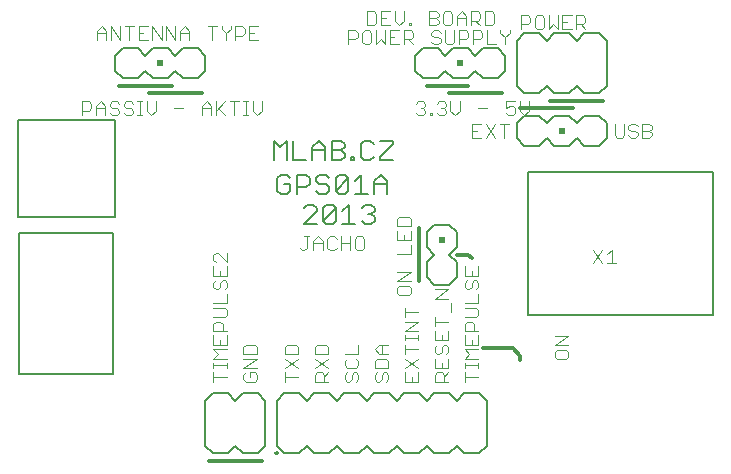
<source format=gbr>
G75*
G70*
%OFA0B0*%
%FSLAX24Y24*%
%IPPOS*%
%LPD*%
%AMOC8*
5,1,8,0,0,1.08239X$1,22.5*
%
%ADD10C,0.0040*%
%ADD11C,0.0120*%
%ADD12C,0.0060*%
%ADD13C,0.0050*%
%ADD14R,0.0200X0.0200*%
D10*
X016101Y003680D02*
X016101Y003987D01*
X016101Y004140D02*
X016101Y004294D01*
X016101Y004217D02*
X016561Y004217D01*
X016561Y004140D02*
X016561Y004294D01*
X016561Y004447D02*
X016101Y004447D01*
X016254Y004601D01*
X016101Y004754D01*
X016561Y004754D01*
X016561Y004908D02*
X016101Y004908D01*
X016101Y005215D01*
X016101Y005368D02*
X016101Y005598D01*
X016177Y005675D01*
X016331Y005675D01*
X016408Y005598D01*
X016408Y005368D01*
X016561Y005368D02*
X016101Y005368D01*
X016331Y005061D02*
X016331Y004908D01*
X016561Y004908D02*
X016561Y005215D01*
X017101Y004831D02*
X017101Y004601D01*
X017561Y004601D01*
X017561Y004831D01*
X017484Y004908D01*
X017177Y004908D01*
X017101Y004831D01*
X017101Y004447D02*
X017561Y004447D01*
X017101Y004140D01*
X017561Y004140D01*
X017484Y003987D02*
X017331Y003987D01*
X017331Y003833D01*
X017484Y003680D02*
X017177Y003680D01*
X017101Y003757D01*
X017101Y003910D01*
X017177Y003987D01*
X017484Y003987D02*
X017561Y003910D01*
X017561Y003757D01*
X017484Y003680D01*
X016561Y003833D02*
X016101Y003833D01*
X018476Y003833D02*
X018936Y003833D01*
X018936Y004140D02*
X018476Y004447D01*
X018476Y004601D02*
X018476Y004831D01*
X018552Y004908D01*
X018859Y004908D01*
X018936Y004831D01*
X018936Y004601D01*
X018476Y004601D01*
X018476Y004140D02*
X018936Y004447D01*
X019476Y004447D02*
X019936Y004140D01*
X019936Y003987D02*
X019783Y003833D01*
X019783Y003910D02*
X019783Y003680D01*
X019936Y003680D02*
X019476Y003680D01*
X019476Y003910D01*
X019552Y003987D01*
X019706Y003987D01*
X019783Y003910D01*
X019476Y004140D02*
X019936Y004447D01*
X019936Y004601D02*
X019476Y004601D01*
X019476Y004831D01*
X019552Y004908D01*
X019859Y004908D01*
X019936Y004831D01*
X019936Y004601D01*
X020476Y004601D02*
X020936Y004601D01*
X020936Y004908D01*
X020859Y004447D02*
X020936Y004371D01*
X020936Y004217D01*
X020859Y004140D01*
X020552Y004140D01*
X020476Y004217D01*
X020476Y004371D01*
X020552Y004447D01*
X020552Y003987D02*
X020476Y003910D01*
X020476Y003757D01*
X020552Y003680D01*
X020629Y003680D01*
X020706Y003757D01*
X020706Y003910D01*
X020783Y003987D01*
X020859Y003987D01*
X020936Y003910D01*
X020936Y003757D01*
X020859Y003680D01*
X021476Y003757D02*
X021552Y003680D01*
X021629Y003680D01*
X021706Y003757D01*
X021706Y003910D01*
X021783Y003987D01*
X021859Y003987D01*
X021936Y003910D01*
X021936Y003757D01*
X021859Y003680D01*
X021476Y003757D02*
X021476Y003910D01*
X021552Y003987D01*
X021476Y004140D02*
X021476Y004371D01*
X021552Y004447D01*
X021859Y004447D01*
X021936Y004371D01*
X021936Y004140D01*
X021476Y004140D01*
X021629Y004601D02*
X021476Y004754D01*
X021629Y004908D01*
X021936Y004908D01*
X021706Y004908D02*
X021706Y004601D01*
X021629Y004601D02*
X021936Y004601D01*
X022476Y004601D02*
X022476Y004908D01*
X022476Y005061D02*
X022476Y005215D01*
X022476Y005138D02*
X022936Y005138D01*
X022936Y005061D02*
X022936Y005215D01*
X022936Y005368D02*
X022476Y005368D01*
X022936Y005675D01*
X022476Y005675D01*
X022476Y005828D02*
X022476Y006135D01*
X022476Y005982D02*
X022936Y005982D01*
X023476Y005828D02*
X023476Y005522D01*
X023476Y005675D02*
X023936Y005675D01*
X024013Y005982D02*
X024013Y006289D01*
X023936Y006442D02*
X023476Y006442D01*
X023936Y006749D01*
X023476Y006749D01*
X022686Y006785D02*
X022686Y006632D01*
X022609Y006555D01*
X022302Y006555D01*
X022226Y006632D01*
X022226Y006785D01*
X022302Y006862D01*
X022609Y006862D01*
X022686Y006785D01*
X022686Y007015D02*
X022226Y007015D01*
X022686Y007322D01*
X022226Y007322D01*
X022226Y007936D02*
X022686Y007936D01*
X022686Y008243D01*
X022686Y008397D02*
X022686Y008703D01*
X022686Y008857D02*
X022686Y009087D01*
X022609Y009164D01*
X022302Y009164D01*
X022226Y009087D01*
X022226Y008857D01*
X022686Y008857D01*
X022456Y008550D02*
X022456Y008397D01*
X022226Y008397D02*
X022686Y008397D01*
X022226Y008397D02*
X022226Y008703D01*
X021124Y008439D02*
X021124Y008132D01*
X021048Y008055D01*
X020894Y008055D01*
X020818Y008132D01*
X020818Y008439D01*
X020894Y008515D01*
X021048Y008515D01*
X021124Y008439D01*
X020664Y008515D02*
X020664Y008055D01*
X020664Y008285D02*
X020357Y008285D01*
X020204Y008132D02*
X020127Y008055D01*
X019973Y008055D01*
X019897Y008132D01*
X019897Y008439D01*
X019973Y008515D01*
X020127Y008515D01*
X020204Y008439D01*
X020357Y008515D02*
X020357Y008055D01*
X019743Y008055D02*
X019743Y008362D01*
X019590Y008515D01*
X019436Y008362D01*
X019436Y008055D01*
X019436Y008285D02*
X019743Y008285D01*
X019283Y008515D02*
X019129Y008515D01*
X019206Y008515D02*
X019206Y008132D01*
X019129Y008055D01*
X019053Y008055D01*
X018976Y008132D01*
X016561Y007977D02*
X016561Y007670D01*
X016254Y007977D01*
X016177Y007977D01*
X016101Y007900D01*
X016101Y007747D01*
X016177Y007670D01*
X016101Y007517D02*
X016101Y007210D01*
X016561Y007210D01*
X016561Y007517D01*
X016331Y007363D02*
X016331Y007210D01*
X016408Y007056D02*
X016331Y006979D01*
X016331Y006826D01*
X016254Y006749D01*
X016177Y006749D01*
X016101Y006826D01*
X016101Y006979D01*
X016177Y007056D01*
X016408Y007056D02*
X016484Y007056D01*
X016561Y006979D01*
X016561Y006826D01*
X016484Y006749D01*
X016561Y006596D02*
X016561Y006289D01*
X016101Y006289D01*
X016101Y006135D02*
X016484Y006135D01*
X016561Y006059D01*
X016561Y005905D01*
X016484Y005828D01*
X016101Y005828D01*
X018476Y003987D02*
X018476Y003680D01*
X022476Y003680D02*
X022936Y003680D01*
X022936Y003987D01*
X022936Y004140D02*
X022476Y004447D01*
X022476Y004140D02*
X022936Y004447D01*
X022936Y004754D02*
X022476Y004754D01*
X022476Y003987D02*
X022476Y003680D01*
X022706Y003680D02*
X022706Y003833D01*
X023476Y003910D02*
X023476Y003680D01*
X023936Y003680D01*
X023783Y003680D02*
X023783Y003910D01*
X023706Y003987D01*
X023552Y003987D01*
X023476Y003910D01*
X023476Y004140D02*
X023936Y004140D01*
X023936Y004447D01*
X023859Y004601D02*
X023936Y004678D01*
X023936Y004831D01*
X023859Y004908D01*
X023783Y004908D01*
X023706Y004831D01*
X023706Y004678D01*
X023629Y004601D01*
X023552Y004601D01*
X023476Y004678D01*
X023476Y004831D01*
X023552Y004908D01*
X023476Y005061D02*
X023936Y005061D01*
X023936Y005368D01*
X023706Y005215D02*
X023706Y005061D01*
X023476Y005061D02*
X023476Y005368D01*
X024476Y005368D02*
X024476Y005598D01*
X024552Y005675D01*
X024706Y005675D01*
X024783Y005598D01*
X024783Y005368D01*
X024936Y005368D02*
X024476Y005368D01*
X024476Y005215D02*
X024476Y004908D01*
X024936Y004908D01*
X024936Y005215D01*
X024706Y005061D02*
X024706Y004908D01*
X024476Y004754D02*
X024936Y004754D01*
X024936Y004447D02*
X024476Y004447D01*
X024629Y004601D01*
X024476Y004754D01*
X024476Y004294D02*
X024476Y004140D01*
X024476Y004217D02*
X024936Y004217D01*
X024936Y004140D02*
X024936Y004294D01*
X024476Y003987D02*
X024476Y003680D01*
X024476Y003833D02*
X024936Y003833D01*
X023936Y003987D02*
X023783Y003833D01*
X023706Y004140D02*
X023706Y004294D01*
X023476Y004447D02*
X023476Y004140D01*
X024476Y005828D02*
X024859Y005828D01*
X024936Y005905D01*
X024936Y006059D01*
X024859Y006135D01*
X024476Y006135D01*
X024476Y006289D02*
X024936Y006289D01*
X024936Y006596D01*
X024859Y006749D02*
X024936Y006826D01*
X024936Y006979D01*
X024859Y007056D01*
X024783Y007056D01*
X024706Y006979D01*
X024706Y006826D01*
X024629Y006749D01*
X024552Y006749D01*
X024476Y006826D01*
X024476Y006979D01*
X024552Y007056D01*
X024476Y007210D02*
X024936Y007210D01*
X024936Y007517D01*
X024706Y007363D02*
X024706Y007210D01*
X024476Y007210D02*
X024476Y007517D01*
X027476Y005197D02*
X027936Y005197D01*
X027476Y004890D01*
X027936Y004890D01*
X027859Y004737D02*
X027552Y004737D01*
X027476Y004660D01*
X027476Y004507D01*
X027552Y004430D01*
X027859Y004430D01*
X027936Y004507D01*
X027936Y004660D01*
X027859Y004737D01*
X028760Y007619D02*
X029067Y008079D01*
X029221Y007926D02*
X029374Y008079D01*
X029374Y007619D01*
X029221Y007619D02*
X029528Y007619D01*
X029067Y007619D02*
X028760Y008079D01*
X029553Y011805D02*
X029706Y011805D01*
X029783Y011882D01*
X029783Y012265D01*
X029936Y012189D02*
X029936Y012112D01*
X030013Y012035D01*
X030167Y012035D01*
X030243Y011958D01*
X030243Y011882D01*
X030167Y011805D01*
X030013Y011805D01*
X029936Y011882D01*
X029553Y011805D02*
X029476Y011882D01*
X029476Y012265D01*
X029936Y012189D02*
X030013Y012265D01*
X030167Y012265D01*
X030243Y012189D01*
X030397Y012265D02*
X030627Y012265D01*
X030704Y012189D01*
X030704Y012112D01*
X030627Y012035D01*
X030397Y012035D01*
X030627Y012035D02*
X030704Y011958D01*
X030704Y011882D01*
X030627Y011805D01*
X030397Y011805D01*
X030397Y012265D01*
X026611Y012708D02*
X026611Y013015D01*
X026304Y013015D02*
X026304Y012708D01*
X026457Y012555D01*
X026611Y012708D01*
X026150Y012785D02*
X026150Y012632D01*
X026074Y012555D01*
X025920Y012555D01*
X025844Y012632D01*
X025844Y012785D02*
X025997Y012862D01*
X026074Y012862D01*
X026150Y012785D01*
X026150Y013015D02*
X025844Y013015D01*
X025844Y012785D01*
X025230Y012785D02*
X024923Y012785D01*
X024309Y012708D02*
X024309Y013015D01*
X024002Y013015D02*
X024002Y012708D01*
X024155Y012555D01*
X024309Y012708D01*
X023848Y012708D02*
X023772Y012785D01*
X023695Y012785D01*
X023772Y012785D02*
X023848Y012862D01*
X023848Y012939D01*
X023772Y013015D01*
X023618Y013015D01*
X023542Y012939D01*
X023158Y012939D02*
X023158Y012862D01*
X023081Y012785D01*
X023158Y012708D01*
X023158Y012632D01*
X023081Y012555D01*
X022928Y012555D01*
X022851Y012632D01*
X023004Y012785D02*
X023081Y012785D01*
X023158Y012939D02*
X023081Y013015D01*
X022928Y013015D01*
X022851Y012939D01*
X023311Y012632D02*
X023388Y012632D01*
X023388Y012555D01*
X023311Y012555D01*
X023311Y012632D01*
X023542Y012632D02*
X023618Y012555D01*
X023772Y012555D01*
X023848Y012632D01*
X023848Y012708D01*
X024726Y012265D02*
X024726Y011805D01*
X025033Y011805D01*
X025186Y011805D02*
X025493Y012265D01*
X025647Y012265D02*
X025954Y012265D01*
X025800Y012265D02*
X025800Y011805D01*
X025493Y011805D02*
X025186Y012265D01*
X025033Y012265D02*
X024726Y012265D01*
X024726Y012035D02*
X024879Y012035D01*
X024745Y014930D02*
X024745Y015390D01*
X024975Y015390D01*
X025051Y015314D01*
X025051Y015160D01*
X024975Y015083D01*
X024745Y015083D01*
X024591Y015160D02*
X024591Y015314D01*
X024514Y015390D01*
X024284Y015390D01*
X024284Y014930D01*
X024284Y015083D02*
X024514Y015083D01*
X024591Y015160D01*
X024131Y015007D02*
X024131Y015390D01*
X024219Y015555D02*
X024219Y015862D01*
X024372Y016015D01*
X024525Y015862D01*
X024525Y015555D01*
X024679Y015555D02*
X024679Y016015D01*
X024909Y016015D01*
X024986Y015939D01*
X024986Y015785D01*
X024909Y015708D01*
X024679Y015708D01*
X024832Y015708D02*
X024986Y015555D01*
X025139Y015555D02*
X025370Y015555D01*
X025446Y015632D01*
X025446Y015939D01*
X025370Y016015D01*
X025139Y016015D01*
X025139Y015555D01*
X025205Y015390D02*
X025205Y014930D01*
X025512Y014930D01*
X025819Y014930D02*
X025819Y015160D01*
X025972Y015314D01*
X025972Y015390D01*
X025819Y015160D02*
X025665Y015314D01*
X025665Y015390D01*
X026351Y015430D02*
X026351Y015890D01*
X026581Y015890D01*
X026658Y015814D01*
X026658Y015660D01*
X026581Y015583D01*
X026351Y015583D01*
X026811Y015507D02*
X026888Y015430D01*
X027042Y015430D01*
X027118Y015507D01*
X027118Y015814D01*
X027042Y015890D01*
X026888Y015890D01*
X026811Y015814D01*
X026811Y015507D01*
X027272Y015430D02*
X027425Y015583D01*
X027579Y015430D01*
X027579Y015890D01*
X027732Y015890D02*
X027732Y015430D01*
X028039Y015430D01*
X028193Y015430D02*
X028193Y015890D01*
X028423Y015890D01*
X028499Y015814D01*
X028499Y015660D01*
X028423Y015583D01*
X028193Y015583D01*
X028346Y015583D02*
X028499Y015430D01*
X027886Y015660D02*
X027732Y015660D01*
X027732Y015890D02*
X028039Y015890D01*
X027272Y015890D02*
X027272Y015430D01*
X024525Y015785D02*
X024219Y015785D01*
X024065Y015632D02*
X023988Y015555D01*
X023835Y015555D01*
X023758Y015632D01*
X023758Y015939D01*
X023835Y016015D01*
X023988Y016015D01*
X024065Y015939D01*
X024065Y015632D01*
X023824Y015390D02*
X023824Y015007D01*
X023900Y014930D01*
X024054Y014930D01*
X024131Y015007D01*
X023670Y015007D02*
X023594Y014930D01*
X023440Y014930D01*
X023363Y015007D01*
X023440Y015160D02*
X023594Y015160D01*
X023670Y015083D01*
X023670Y015007D01*
X023440Y015160D02*
X023363Y015237D01*
X023363Y015314D01*
X023440Y015390D01*
X023594Y015390D01*
X023670Y015314D01*
X023528Y015555D02*
X023298Y015555D01*
X023298Y016015D01*
X023528Y016015D01*
X023605Y015939D01*
X023605Y015862D01*
X023528Y015785D01*
X023298Y015785D01*
X023528Y015785D02*
X023605Y015708D01*
X023605Y015632D01*
X023528Y015555D01*
X022749Y015314D02*
X022749Y015160D01*
X022673Y015083D01*
X022443Y015083D01*
X022443Y014930D02*
X022443Y015390D01*
X022673Y015390D01*
X022749Y015314D01*
X022684Y015555D02*
X022607Y015555D01*
X022607Y015632D01*
X022684Y015632D01*
X022684Y015555D01*
X022454Y015708D02*
X022454Y016015D01*
X022454Y015708D02*
X022300Y015555D01*
X022147Y015708D01*
X022147Y016015D01*
X021993Y016015D02*
X021686Y016015D01*
X021686Y015555D01*
X021993Y015555D01*
X021982Y015390D02*
X021982Y014930D01*
X022289Y014930D01*
X022136Y015160D02*
X021982Y015160D01*
X021982Y015390D02*
X022289Y015390D01*
X022596Y015083D02*
X022749Y014930D01*
X021829Y014930D02*
X021829Y015390D01*
X021522Y015390D02*
X021522Y014930D01*
X021675Y015083D01*
X021829Y014930D01*
X021368Y015007D02*
X021368Y015314D01*
X021292Y015390D01*
X021138Y015390D01*
X021061Y015314D01*
X021061Y015007D01*
X021138Y014930D01*
X021292Y014930D01*
X021368Y015007D01*
X020908Y015160D02*
X020908Y015314D01*
X020831Y015390D01*
X020601Y015390D01*
X020601Y014930D01*
X020601Y015083D02*
X020831Y015083D01*
X020908Y015160D01*
X021226Y015555D02*
X021456Y015555D01*
X021533Y015632D01*
X021533Y015939D01*
X021456Y016015D01*
X021226Y016015D01*
X021226Y015555D01*
X021686Y015785D02*
X021840Y015785D01*
X017597Y015515D02*
X017290Y015515D01*
X017290Y015055D01*
X017597Y015055D01*
X017444Y015285D02*
X017290Y015285D01*
X017137Y015285D02*
X017060Y015208D01*
X016830Y015208D01*
X016830Y015055D02*
X016830Y015515D01*
X017060Y015515D01*
X017137Y015439D01*
X017137Y015285D01*
X016676Y015439D02*
X016676Y015515D01*
X016676Y015439D02*
X016523Y015285D01*
X016523Y015055D01*
X016523Y015285D02*
X016370Y015439D01*
X016370Y015515D01*
X016216Y015515D02*
X015909Y015515D01*
X016063Y015515D02*
X016063Y015055D01*
X015295Y015055D02*
X015295Y015362D01*
X015142Y015515D01*
X014988Y015362D01*
X014988Y015055D01*
X014835Y015055D02*
X014835Y015515D01*
X014988Y015285D02*
X015295Y015285D01*
X014835Y015055D02*
X014528Y015515D01*
X014528Y015055D01*
X014374Y015055D02*
X014374Y015515D01*
X014068Y015515D02*
X014374Y015055D01*
X014068Y015055D02*
X014068Y015515D01*
X013914Y015515D02*
X013607Y015515D01*
X013607Y015055D01*
X013914Y015055D01*
X013761Y015285D02*
X013607Y015285D01*
X013454Y015515D02*
X013147Y015515D01*
X013300Y015515D02*
X013300Y015055D01*
X012993Y015055D02*
X012993Y015515D01*
X012686Y015515D02*
X012993Y015055D01*
X012686Y015055D02*
X012686Y015515D01*
X012533Y015362D02*
X012533Y015055D01*
X012533Y015285D02*
X012226Y015285D01*
X012226Y015362D02*
X012379Y015515D01*
X012533Y015362D01*
X012226Y015362D02*
X012226Y015055D01*
X012340Y013015D02*
X012493Y012862D01*
X012493Y012555D01*
X012647Y012632D02*
X012723Y012555D01*
X012877Y012555D01*
X012954Y012632D01*
X012954Y012708D01*
X012877Y012785D01*
X012723Y012785D01*
X012647Y012862D01*
X012647Y012939D01*
X012723Y013015D01*
X012877Y013015D01*
X012954Y012939D01*
X013107Y012939D02*
X013107Y012862D01*
X013184Y012785D01*
X013337Y012785D01*
X013414Y012708D01*
X013414Y012632D01*
X013337Y012555D01*
X013184Y012555D01*
X013107Y012632D01*
X013568Y012555D02*
X013721Y012555D01*
X013644Y012555D02*
X013644Y013015D01*
X013568Y013015D02*
X013721Y013015D01*
X013874Y013015D02*
X013874Y012708D01*
X014028Y012555D01*
X014181Y012708D01*
X014181Y013015D01*
X014795Y012785D02*
X015102Y012785D01*
X015716Y012785D02*
X016023Y012785D01*
X016023Y012862D02*
X016023Y012555D01*
X016176Y012555D02*
X016176Y013015D01*
X016023Y012862D02*
X015870Y013015D01*
X015716Y012862D01*
X015716Y012555D01*
X016176Y012708D02*
X016483Y013015D01*
X016637Y013015D02*
X016944Y013015D01*
X017097Y013015D02*
X017251Y013015D01*
X017174Y013015D02*
X017174Y012555D01*
X017097Y012555D02*
X017251Y012555D01*
X017404Y012708D02*
X017558Y012555D01*
X017711Y012708D01*
X017711Y013015D01*
X017404Y013015D02*
X017404Y012708D01*
X016790Y012555D02*
X016790Y013015D01*
X016483Y012555D02*
X016253Y012785D01*
X013414Y012939D02*
X013337Y013015D01*
X013184Y013015D01*
X013107Y012939D01*
X012493Y012785D02*
X012186Y012785D01*
X012186Y012862D02*
X012340Y013015D01*
X012186Y012862D02*
X012186Y012555D01*
X012033Y012785D02*
X011956Y012708D01*
X011726Y012708D01*
X011726Y012555D02*
X011726Y013015D01*
X011956Y013015D01*
X012033Y012939D01*
X012033Y012785D01*
D11*
X012956Y013535D02*
X014706Y013535D01*
X013956Y013285D02*
X015706Y013285D01*
X022956Y008785D02*
X022956Y007035D01*
X024206Y007910D02*
X024581Y007910D01*
X024706Y007785D01*
X025081Y004785D02*
X026081Y004785D01*
X026331Y004535D01*
X026331Y004410D01*
X017706Y001035D02*
X015956Y001035D01*
X026331Y012785D02*
X028081Y012785D01*
X027331Y013035D02*
X029081Y013035D01*
X025706Y013285D02*
X023956Y013285D01*
X024581Y013535D02*
X023206Y013535D01*
D12*
X023081Y013785D02*
X023581Y013785D01*
X023831Y014035D01*
X024081Y013785D01*
X024581Y013785D01*
X024831Y014035D01*
X025081Y013785D01*
X025581Y013785D01*
X025831Y014035D01*
X025831Y014535D01*
X025581Y014785D01*
X025081Y014785D01*
X024831Y014535D01*
X024581Y014785D01*
X024081Y014785D01*
X023831Y014535D01*
X023581Y014785D01*
X023081Y014785D01*
X022831Y014535D01*
X022831Y014035D01*
X023081Y013785D01*
X026206Y013535D02*
X026206Y015035D01*
X026456Y015285D01*
X026956Y015285D01*
X027206Y015035D01*
X027456Y015285D01*
X027956Y015285D01*
X028206Y015035D01*
X028456Y015285D01*
X028956Y015285D01*
X029206Y015035D01*
X029206Y013535D01*
X028956Y013285D01*
X028456Y013285D01*
X028206Y013535D01*
X027956Y013285D01*
X027456Y013285D01*
X027206Y013535D01*
X026956Y013285D01*
X026456Y013285D01*
X026206Y013535D01*
X026456Y012535D02*
X026956Y012535D01*
X027206Y012285D01*
X027456Y012535D01*
X027956Y012535D01*
X028206Y012285D01*
X028456Y012535D01*
X028956Y012535D01*
X029206Y012285D01*
X029206Y011785D01*
X028956Y011535D01*
X028456Y011535D01*
X028206Y011785D01*
X027956Y011535D01*
X027456Y011535D01*
X027206Y011785D01*
X026956Y011535D01*
X026456Y011535D01*
X026206Y011785D01*
X026206Y012285D01*
X026456Y012535D01*
X022083Y011706D02*
X022083Y011599D01*
X021656Y011172D01*
X021656Y011065D01*
X022083Y011065D01*
X021438Y011172D02*
X021332Y011065D01*
X021118Y011065D01*
X021011Y011172D01*
X021011Y011599D01*
X021118Y011706D01*
X021332Y011706D01*
X021438Y011599D01*
X021656Y011706D02*
X022083Y011706D01*
X020796Y011172D02*
X020796Y011065D01*
X020689Y011065D01*
X020689Y011172D01*
X020796Y011172D01*
X020472Y011172D02*
X020472Y011279D01*
X020365Y011385D01*
X020045Y011385D01*
X019827Y011385D02*
X019400Y011385D01*
X019400Y011492D02*
X019400Y011065D01*
X019183Y011065D02*
X018756Y011065D01*
X018756Y011706D01*
X018538Y011706D02*
X018538Y011065D01*
X018111Y011065D02*
X018111Y011706D01*
X018324Y011492D01*
X018538Y011706D01*
X019400Y011492D02*
X019614Y011706D01*
X019827Y011492D01*
X019827Y011065D01*
X020045Y011065D02*
X020365Y011065D01*
X020472Y011172D01*
X020365Y011385D02*
X020472Y011492D01*
X020472Y011599D01*
X020365Y011706D01*
X020045Y011706D01*
X020045Y011065D01*
X019845Y010581D02*
X019632Y010581D01*
X019525Y010474D01*
X019525Y010367D01*
X019632Y010260D01*
X019845Y010260D01*
X019952Y010154D01*
X019952Y010047D01*
X019845Y009940D01*
X019632Y009940D01*
X019525Y010047D01*
X019308Y010260D02*
X019201Y010154D01*
X018881Y010154D01*
X018881Y009940D02*
X018881Y010581D01*
X019201Y010581D01*
X019308Y010474D01*
X019308Y010260D01*
X019845Y010581D02*
X019952Y010474D01*
X020170Y010474D02*
X020276Y010581D01*
X020490Y010581D01*
X020597Y010474D01*
X020170Y010047D01*
X020276Y009940D01*
X020490Y009940D01*
X020597Y010047D01*
X020597Y010474D01*
X020814Y010367D02*
X021028Y010581D01*
X021028Y009940D01*
X021241Y009940D02*
X020814Y009940D01*
X020614Y009581D02*
X020614Y008940D01*
X020827Y008940D02*
X020400Y008940D01*
X020183Y009047D02*
X020076Y008940D01*
X019862Y008940D01*
X019756Y009047D01*
X020183Y009474D01*
X020183Y009047D01*
X020400Y009367D02*
X020614Y009581D01*
X020183Y009474D02*
X020076Y009581D01*
X019862Y009581D01*
X019756Y009474D01*
X019756Y009047D01*
X019538Y008940D02*
X019111Y008940D01*
X019538Y009367D01*
X019538Y009474D01*
X019431Y009581D01*
X019218Y009581D01*
X019111Y009474D01*
X018556Y009940D02*
X018663Y010047D01*
X018663Y010260D01*
X018449Y010260D01*
X018236Y010047D02*
X018343Y009940D01*
X018556Y009940D01*
X018236Y010047D02*
X018236Y010474D01*
X018343Y010581D01*
X018556Y010581D01*
X018663Y010474D01*
X020170Y010474D02*
X020170Y010047D01*
X021045Y009474D02*
X021151Y009581D01*
X021365Y009581D01*
X021472Y009474D01*
X021472Y009367D01*
X021365Y009260D01*
X021472Y009154D01*
X021472Y009047D01*
X021365Y008940D01*
X021151Y008940D01*
X021045Y009047D01*
X021258Y009260D02*
X021365Y009260D01*
X021459Y009940D02*
X021459Y010367D01*
X021672Y010581D01*
X021886Y010367D01*
X021886Y009940D01*
X021886Y010260D02*
X021459Y010260D01*
X023206Y008660D02*
X023456Y008910D01*
X023956Y008910D01*
X024206Y008660D01*
X024206Y008160D01*
X023956Y007910D01*
X024206Y007660D01*
X024206Y007160D01*
X023956Y006910D01*
X023456Y006910D01*
X023206Y007160D01*
X023206Y007660D01*
X023456Y007910D01*
X023206Y008160D01*
X023206Y008660D01*
X015831Y014035D02*
X015581Y013785D01*
X015081Y013785D01*
X014831Y014035D01*
X014581Y013785D01*
X014081Y013785D01*
X013831Y014035D01*
X013581Y013785D01*
X013081Y013785D01*
X012831Y014035D01*
X012831Y014535D01*
X013081Y014785D01*
X013581Y014785D01*
X013831Y014535D01*
X014081Y014785D01*
X014581Y014785D01*
X014831Y014535D01*
X015081Y014785D01*
X015581Y014785D01*
X015831Y014535D01*
X015831Y014035D01*
X016081Y003285D02*
X015831Y003035D01*
X015831Y001535D01*
X016081Y001285D01*
X016581Y001285D01*
X016831Y001535D01*
X017081Y001285D01*
X017581Y001285D01*
X017831Y001535D01*
X017831Y003035D01*
X017581Y003285D01*
X017081Y003285D01*
X016831Y003035D01*
X016581Y003285D01*
X016081Y003285D01*
X018206Y003035D02*
X018206Y001535D01*
X018456Y001285D01*
X018956Y001285D01*
X019206Y001535D01*
X019456Y001285D01*
X019956Y001285D01*
X020206Y001535D01*
X020456Y001285D01*
X020956Y001285D01*
X021206Y001535D01*
X021456Y001285D01*
X021956Y001285D01*
X022206Y001535D01*
X022456Y001285D01*
X022956Y001285D01*
X023206Y001535D01*
X023456Y001285D01*
X023956Y001285D01*
X024206Y001535D01*
X024456Y001285D01*
X024956Y001285D01*
X025206Y001535D01*
X025206Y003035D01*
X024956Y003285D01*
X024456Y003285D01*
X024206Y003035D01*
X023956Y003285D01*
X023456Y003285D01*
X023206Y003035D01*
X022956Y003285D01*
X022456Y003285D01*
X022206Y003035D01*
X021956Y003285D01*
X021456Y003285D01*
X021206Y003035D01*
X020956Y003285D01*
X020456Y003285D01*
X020206Y003035D01*
X019956Y003285D01*
X019456Y003285D01*
X019206Y003035D01*
X018956Y003285D01*
X018456Y003285D01*
X018206Y003035D01*
D13*
X009606Y003923D02*
X009606Y008647D01*
X012755Y008647D01*
X012755Y003923D01*
X009606Y003923D01*
X009592Y009171D02*
X009592Y012399D01*
X012820Y012399D01*
X012820Y009171D01*
X009592Y009171D01*
X018166Y001300D02*
X018168Y001312D01*
X018174Y001322D01*
X018182Y001330D01*
X018193Y001335D01*
X018205Y001336D01*
X018216Y001333D01*
X018226Y001326D01*
X018234Y001317D01*
X018238Y001306D01*
X018238Y001294D01*
X018234Y001283D01*
X018226Y001274D01*
X018216Y001267D01*
X018205Y001264D01*
X018193Y001265D01*
X018182Y001270D01*
X018174Y001278D01*
X018168Y001288D01*
X018166Y001300D01*
X026580Y005903D02*
X032761Y005903D01*
X032761Y010667D01*
X026580Y010667D01*
X026580Y005903D01*
D14*
X023706Y008410D03*
X027706Y012035D03*
X024331Y014285D03*
X014331Y014285D03*
M02*

</source>
